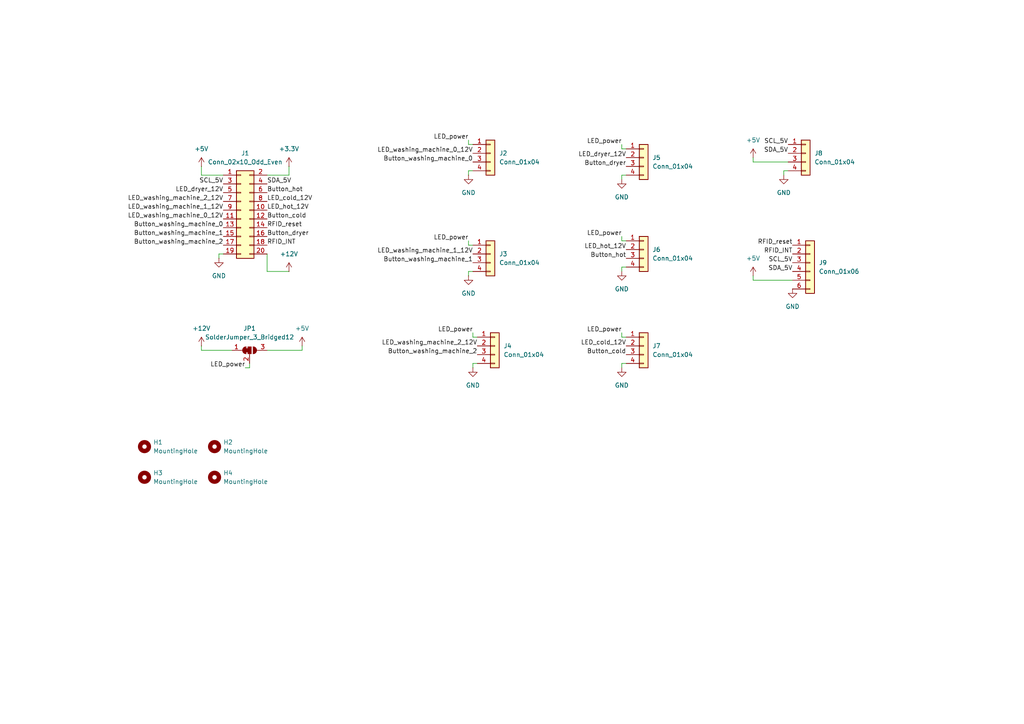
<source format=kicad_sch>
(kicad_sch (version 20231120) (generator "eeschema") (generator_version "8.0")
  (paper "A4")
  (lib_symbols
    (symbol "Connector_Generic:Conn_01x04" (pin_names (offset 1.016) hide)
      (property "Reference" "J" (at 0 5.08 0))
      (property "Value" "Conn_01x04" (at 0 -7.62 0))
      (symbol "Conn_01x04_1_1"
        (rectangle (start -1.27 -4.953) (end 0 -5.207) (stroke (width 0.1524)))
        (rectangle (start -1.27 -2.413) (end 0 -2.667) (stroke (width 0.1524)))
        (rectangle (start -1.27 0.127) (end 0 -0.127) (stroke (width 0.1524)))
        (rectangle (start -1.27 2.667) (end 0 2.413) (stroke (width 0.1524)))
        (rectangle (start -1.27 3.81) (end 1.27 -6.35) (stroke (width 0.254)) (fill (type background)))
        (pin passive line (at -5.08 2.54 0) (length 3.81) (name "Pin_1") (number "1"))
        (pin passive line (at -5.08 0 0) (length 3.81) (name "Pin_2") (number "2"))
        (pin passive line (at -5.08 -2.54 0) (length 3.81) (name "Pin_3") (number "3"))
        (pin passive line (at -5.08 -5.08 0) (length 3.81) (name "Pin_4") (number "4"))
      )
    )
    (symbol "Connector_Generic:Conn_01x06" (pin_names (offset 1.016) hide)
      (property "Reference" "J" (at 0 7.62 0))
      (property "Value" "Conn_01x06" (at 0 -10.16 0))
      (symbol "Conn_01x06_1_1"
        (rectangle (start -1.27 -7.493) (end 0 -7.747) (stroke (width 0.1524)))
        (rectangle (start -1.27 -4.953) (end 0 -5.207) (stroke (width 0.1524)))
        (rectangle (start -1.27 -2.413) (end 0 -2.667) (stroke (width 0.1524)))
        (rectangle (start -1.27 0.127) (end 0 -0.127) (stroke (width 0.1524)))
        (rectangle (start -1.27 2.667) (end 0 2.413) (stroke (width 0.1524)))
        (rectangle (start -1.27 5.207) (end 0 4.953) (stroke (width 0.1524)))
        (rectangle (start -1.27 6.35) (end 1.27 -8.89) (stroke (width 0.254)) (fill (type background)))
        (pin passive line (at -5.08 5.08 0) (length 3.81) (name "Pin_1") (number "1"))
        (pin passive line (at -5.08 2.54 0) (length 3.81) (name "Pin_2") (number "2"))
        (pin passive line (at -5.08 0 0) (length 3.81) (name "Pin_3") (number "3"))
        (pin passive line (at -5.08 -2.54 0) (length 3.81) (name "Pin_4") (number "4"))
        (pin passive line (at -5.08 -5.08 0) (length 3.81) (name "Pin_5") (number "5"))
        (pin passive line (at -5.08 -7.62 0) (length 3.81) (name "Pin_6") (number "6"))
      )
    )
    (symbol "Connector_Generic:Conn_02x10_Odd_Even" (pin_names (offset 1.016) hide)
      (property "Reference" "J" (at 1.27 12.7 0))
      (property "Value" "Conn_02x10_Odd_Even" (at 1.27 -15.24 0))
      (symbol "Conn_02x10_Odd_Even_1_1"
        (rectangle (start -1.27 -12.573) (end 0 -12.827) (stroke (width 0.1524)))
        (rectangle (start -1.27 -10.033) (end 0 -10.287) (stroke (width 0.1524)))
        (rectangle (start -1.27 -7.493) (end 0 -7.747) (stroke (width 0.1524)))
        (rectangle (start -1.27 -4.953) (end 0 -5.207) (stroke (width 0.1524)))
        (rectangle (start -1.27 -2.413) (end 0 -2.667) (stroke (width 0.1524)))
        (rectangle (start -1.27 0.127) (end 0 -0.127) (stroke (width 0.1524)))
        (rectangle (start -1.27 2.667) (end 0 2.413) (stroke (width 0.1524)))
        (rectangle (start -1.27 5.207) (end 0 4.953) (stroke (width 0.1524)))
        (rectangle (start -1.27 7.747) (end 0 7.493) (stroke (width 0.1524)))
        (rectangle (start -1.27 10.287) (end 0 10.033) (stroke (width 0.1524)))
        (rectangle (start -1.27 11.43) (end 3.81 -13.97) (stroke (width 0.254)) (fill (type background)))
        (rectangle (start 3.81 -12.573) (end 2.54 -12.827) (stroke (width 0.1524)))
        (rectangle (start 3.81 -10.033) (end 2.54 -10.287) (stroke (width 0.1524)))
        (rectangle (start 3.81 -7.493) (end 2.54 -7.747) (stroke (width 0.1524)))
        (rectangle (start 3.81 -4.953) (end 2.54 -5.207) (stroke (width 0.1524)))
        (rectangle (start 3.81 -2.413) (end 2.54 -2.667) (stroke (width 0.1524)))
        (rectangle (start 3.81 0.127) (end 2.54 -0.127) (stroke (width 0.1524)))
        (rectangle (start 3.81 2.667) (end 2.54 2.413) (stroke (width 0.1524)))
        (rectangle (start 3.81 5.207) (end 2.54 4.953) (stroke (width 0.1524)))
        (rectangle (start 3.81 7.747) (end 2.54 7.493) (stroke (width 0.1524)))
        (rectangle (start 3.81 10.287) (end 2.54 10.033) (stroke (width 0.1524)))
        (pin passive line (at -5.08 10.16 0) (length 3.81) (name "Pin_1") (number "1"))
        (pin passive line (at 7.62 0 180) (length 3.81) (name "Pin_10") (number "10"))
        (pin passive line (at -5.08 -2.54 0) (length 3.81) (name "Pin_11") (number "11"))
        (pin passive line (at 7.62 -2.54 180) (length 3.81) (name "Pin_12") (number "12"))
        (pin passive line (at -5.08 -5.08 0) (length 3.81) (name "Pin_13") (number "13"))
        (pin passive line (at 7.62 -5.08 180) (length 3.81) (name "Pin_14") (number "14"))
        (pin passive line (at -5.08 -7.62 0) (length 3.81) (name "Pin_15") (number "15"))
        (pin passive line (at 7.62 -7.62 180) (length 3.81) (name "Pin_16") (number "16"))
        (pin passive line (at -5.08 -10.16 0) (length 3.81) (name "Pin_17") (number "17"))
        (pin passive line (at 7.62 -10.16 180) (length 3.81) (name "Pin_18") (number "18"))
        (pin passive line (at -5.08 -12.7 0) (length 3.81) (name "Pin_19") (number "19"))
        (pin passive line (at 7.62 10.16 180) (length 3.81) (name "Pin_2") (number "2"))
        (pin passive line (at 7.62 -12.7 180) (length 3.81) (name "Pin_20") (number "20"))
        (pin passive line (at -5.08 7.62 0) (length 3.81) (name "Pin_3") (number "3"))
        (pin passive line (at 7.62 7.62 180) (length 3.81) (name "Pin_4") (number "4"))
        (pin passive line (at -5.08 5.08 0) (length 3.81) (name "Pin_5") (number "5"))
        (pin passive line (at 7.62 5.08 180) (length 3.81) (name "Pin_6") (number "6"))
        (pin passive line (at -5.08 2.54 0) (length 3.81) (name "Pin_7") (number "7"))
        (pin passive line (at 7.62 2.54 180) (length 3.81) (name "Pin_8") (number "8"))
        (pin passive line (at -5.08 0 0) (length 3.81) (name "Pin_9") (number "9"))
      )
    )
    (symbol "Jumper:SolderJumper_3_Bridged12" (pin_names (offset 0) hide) (exclude_from_sim yes) (in_bom no)
      (property "Reference" "JP" (at -2.54 -2.54 0))
      (property "Value" "SolderJumper_3_Bridged12" (at 0 2.794 0))
      (symbol "SolderJumper_3_Bridged12_0_1"
        (rectangle (start -1.016 0.508) (end -0.508 -0.508) (fill (type outline)))
        (arc (start -1.016 1.016) (mid -2.0276 0) (end -1.016 -1.016))
        (arc (start -1.016 1.016) (mid -2.0276 0) (end -1.016 -1.016) (fill (type outline)))
        (rectangle (start -0.508 1.016) (end 0.508 -1.016) (fill (type outline)))
        (polyline (pts (xy -2.54 0) (xy -2.032 0)))
        (polyline (pts (xy -1.016 1.016) (xy -1.016 -1.016)))
        (polyline (pts (xy 0 -1.27) (xy 0 -1.016)))
        (polyline (pts (xy 1.016 1.016) (xy 1.016 -1.016)))
        (polyline (pts (xy 2.54 0) (xy 2.032 0)))
        (arc (start 1.016 -1.016) (mid 2.0276 0) (end 1.016 1.016))
        (arc (start 1.016 -1.016) (mid 2.0276 0) (end 1.016 1.016) (fill (type outline)))
      )
      (symbol "SolderJumper_3_Bridged12_1_1"
        (pin passive line (at -5.08 0 0) (length 2.54) (name "A") (number "1"))
        (pin passive line (at 0 -3.81 90) (length 2.54) (name "C") (number "2"))
        (pin passive line (at 5.08 0 180) (length 2.54) (name "B") (number "3"))
      )
    )
    (symbol "Mechanical:MountingHole" (pin_names (offset 1.016)) (exclude_from_sim yes) (in_bom no)
      (property "Reference" "H" (at 0 5.08 0))
      (property "Value" "MountingHole" (at 0 3.175 0))
      (symbol "MountingHole_0_1"
        (circle (center 0 0) (radius 1.27) (stroke (width 1.27)))
      )
    )
    (symbol "power:+12V" (power) (pin_numbers hide) (pin_names (offset 0) hide)
      (property "Value" "+12V" (at 0 3.556 0))
      (symbol "+12V_0_1"
        (polyline (pts (xy -0.762 1.27) (xy 0 2.54)))
        (polyline (pts (xy 0 0) (xy 0 2.54)))
        (polyline (pts (xy 0 2.54) (xy 0.762 1.27)))
      )
      (symbol "+12V_1_1"
        (pin power_in line (at 0 0 90) (length 0) (name "~") (number "1"))
      )
    )
    (symbol "power:+3.3V" (power) (pin_numbers hide) (pin_names (offset 0) hide)
      (property "Value" "+3.3V" (at 0 3.556 0))
      (symbol "+3.3V_0_1"
        (polyline (pts (xy -0.762 1.27) (xy 0 2.54)))
        (polyline (pts (xy 0 0) (xy 0 2.54)))
        (polyline (pts (xy 0 2.54) (xy 0.762 1.27)))
      )
      (symbol "+3.3V_1_1"
        (pin power_in line (at 0 0 90) (length 0) (name "~") (number "1"))
      )
    )
    (symbol "power:+5V" (power) (pin_numbers hide) (pin_names (offset 0) hide)
      (property "Value" "+5V" (at 0 3.556 0))
      (symbol "+5V_0_1"
        (polyline (pts (xy -0.762 1.27) (xy 0 2.54)))
        (polyline (pts (xy 0 0) (xy 0 2.54)))
        (polyline (pts (xy 0 2.54) (xy 0.762 1.27)))
      )
      (symbol "+5V_1_1"
        (pin power_in line (at 0 0 90) (length 0) (name "~") (number "1"))
      )
    )
    (symbol "power:GND" (power) (pin_numbers hide) (pin_names (offset 0) hide)
      (property "Value" "GND" (at 0 -3.81 0))
      (symbol "GND_0_1"
        (polyline (pts (xy 0 0) (xy 0 -1.27) (xy 1.27 -1.27) (xy 0 -2.54) (xy -1.27 -1.27) (xy 0 -1.27)))
      )
      (symbol "GND_1_1"
        (pin power_in line (at 0 0 270) (length 0) (name "~") (number "1"))
      )
    )
  )
  (wire (pts (xy 181.61 69.85) (xy 180.34 69.85)))
  (wire (pts (xy 135.89 49.53) (xy 135.89 50.8)))
  (wire (pts (xy 137.16 41.91) (xy 135.89 41.91)))
  (wire (pts (xy 58.42 50.8) (xy 64.77 50.8)))
  (wire (pts (xy 180.34 50.8) (xy 180.34 52.07)))
  (wire (pts (xy 227.33 49.53) (xy 228.6 49.53)))
  (wire (pts (xy 181.61 50.8) (xy 180.34 50.8)))
  (wire (pts (xy 180.34 97.79) (xy 180.34 96.52)))
  (wire (pts (xy 180.34 105.41) (xy 180.34 106.68)))
  (wire (pts (xy 180.34 69.85) (xy 180.34 68.58)))
  (wire (pts (xy 135.89 71.12) (xy 135.89 69.85)))
  (wire (pts (xy 72.39 106.68) (xy 71.12 106.68)))
  (wire (pts (xy 58.42 48.26) (xy 58.42 50.8)))
  (wire (pts (xy 135.89 41.91) (xy 135.89 40.64)))
  (wire (pts (xy 181.61 77.47) (xy 180.34 77.47)))
  (wire (pts (xy 67.31 101.6) (xy 58.42 101.6)))
  (wire (pts (xy 77.47 73.66) (xy 77.47 78.74)))
  (wire (pts (xy 83.82 48.26) (xy 83.82 50.8)))
  (wire (pts (xy 137.16 71.12) (xy 135.89 71.12)))
  (wire (pts (xy 137.16 105.41) (xy 137.16 106.68)))
  (wire (pts (xy 58.42 101.6) (xy 58.42 100.33)))
  (wire (pts (xy 137.16 97.79) (xy 137.16 96.52)))
  (wire (pts (xy 87.63 101.6) (xy 87.63 100.33)))
  (wire (pts (xy 77.47 101.6) (xy 87.63 101.6)))
  (wire (pts (xy 72.39 105.41) (xy 72.39 106.68)))
  (wire (pts (xy 83.82 78.74) (xy 77.47 78.74)))
  (wire (pts (xy 181.61 105.41) (xy 180.34 105.41)))
  (wire (pts (xy 229.87 81.28) (xy 218.44 81.28)))
  (wire (pts (xy 181.61 97.79) (xy 180.34 97.79)))
  (wire (pts (xy 77.47 50.8) (xy 83.82 50.8)))
  (wire (pts (xy 135.89 78.74) (xy 135.89 80.01)))
  (wire (pts (xy 138.43 105.41) (xy 137.16 105.41)))
  (wire (pts (xy 218.44 81.28) (xy 218.44 80.01)))
  (wire (pts (xy 138.43 97.79) (xy 137.16 97.79)))
  (wire (pts (xy 137.16 78.74) (xy 135.89 78.74)))
  (wire (pts (xy 180.34 77.47) (xy 180.34 78.74)))
  (wire (pts (xy 63.5 73.66) (xy 64.77 73.66)))
  (wire (pts (xy 218.44 46.99) (xy 218.44 45.72)))
  (wire (pts (xy 180.34 43.18) (xy 180.34 41.91)))
  (wire (pts (xy 227.33 49.53) (xy 227.33 50.8)))
  (wire (pts (xy 181.61 43.18) (xy 180.34 43.18)))
  (wire (pts (xy 228.6 46.99) (xy 218.44 46.99)))
  (wire (pts (xy 137.16 49.53) (xy 135.89 49.53)))
  (wire (pts (xy 63.5 73.66) (xy 63.5 74.93)))
  (label "LED_power" (at 71.12 106.68 180))
  (label "LED_power" (at 180.34 96.52 180))
  (label "LED_power" (at 180.34 68.58 180))
  (label "LED_cold_12V" (at 181.61 100.33 180))
  (label "LED_washing_machine_2_12V" (at 64.77 58.42 180))
  (label "LED_power" (at 135.89 69.85 180))
  (label "SDA_5V" (at 77.47 53.34 0))
  (label "LED_hot_12V" (at 181.61 72.39 180))
  (label "Button_cold" (at 77.47 63.5 0))
  (label "LED_washing_machine_2_12V" (at 138.43 100.33 180))
  (label "Button_washing_machine_2" (at 138.43 102.87 180))
  (label "RFID_INT" (at 77.47 71.12 0))
  (label "RFID_reset" (at 77.47 66.04 0))
  (label "Button_washing_machine_0" (at 137.16 46.99 180))
  (label "Button_dryer" (at 181.61 48.26 180))
  (label "LED_washing_machine_1_12V" (at 137.16 73.66 180))
  (label "Button_dryer" (at 77.47 68.58 0))
  (label "Button_washing_machine_1" (at 64.77 68.58 180))
  (label "LED_washing_machine_0_12V" (at 64.77 63.5 180))
  (label "Button_washing_machine_2" (at 64.77 71.12 180))
  (label "SDA_5V" (at 229.87 78.74 180))
  (label "LED_washing_machine_0_12V" (at 137.16 44.45 180))
  (label "RFID_reset" (at 229.87 71.12 180))
  (label "LED_cold_12V" (at 77.47 58.42 0))
  (label "LED_power" (at 135.89 40.64 180))
  (label "LED_hot_12V" (at 77.47 60.96 0))
  (label "LED_dryer_12V" (at 181.61 45.72 180))
  (label "Button_cold" (at 181.61 102.87 180))
  (label "LED_power" (at 137.16 96.52 180))
  (label "Button_washing_machine_1" (at 137.16 76.2 180))
  (label "SCL_5V" (at 229.87 76.2 180))
  (label "RFID_INT" (at 229.87 73.66 180))
  (label "LED_washing_machine_1_12V" (at 64.77 60.96 180))
  (label "SDA_5V" (at 228.6 44.45 180))
  (label "SCL_5V" (at 64.77 53.34 180))
  (label "Button_hot" (at 181.61 74.93 180))
  (label "Button_hot" (at 77.47 55.88 0))
  (label "Button_washing_machine_0" (at 64.77 66.04 180))
  (label "SCL_5V" (at 228.6 41.91 180))
  (label "LED_dryer_12V" (at 64.77 55.88 180))
  (label "LED_power" (at 180.34 41.91 180))
  (symbol (lib_id "Mechanical:MountingHole") (at 62.23 129.54 0) (unit 1) (exclude_from_sim yes) (in_bom no)
    (property "Reference" "H2" (at 64.77 128.2699 0) (effects (justify left)))
    (property "Value" "MountingHole" (at 64.77 130.8099 0) (effects (justify left)))
    (property "Footprint" "MountingHole:MountingHole_3.2mm_M3" (effects (hide yes)))
    (property "Description" "Mounting Hole without connection" (effects (hide yes)))
  )
  (symbol (lib_id "Connector_Generic:Conn_01x04") (at 233.68 44.45 0) (unit 1)
    (property "Reference" "J8" (at 236.22 44.4499 0) (effects (justify left)))
    (property "Value" "Conn_01x04" (at 236.22 46.9899 0) (effects (justify left)))
    (property "Footprint" "Connector_JST:JST_PH_B4B-PH-K_1x04_P2.00mm_Vertical" (effects (hide yes)))
    (property "Description" "Generic connector, single row, 01x04, script generated (kicad-library-utils/schlib/autogen/connector/)" (effects (hide yes)))
  )
  (symbol (lib_id "power:+5V") (at 218.44 80.01 0) (unit 1)
    (property "Reference" "#PWR011" (effects (hide yes)))
    (property "Value" "+5V" (at 218.44 74.93 0))
    (property "Description" "Power symbol creates a global label with name \"+5V\"" (effects (hide yes)))
  )
  (symbol (lib_id "power:GND") (at 180.34 52.07 0) (unit 1)
    (property "Reference" "#PWR012" (effects (hide yes)))
    (property "Value" "GND" (at 180.34 57.15 0))
    (property "Description" "Power symbol creates a global label with name \"GND\" , ground" (effects (hide yes)))
  )
  (symbol (lib_id "power:+3.3V") (at 83.82 48.26 0) (unit 1)
    (property "Reference" "#PWR03" (effects (hide yes)))
    (property "Value" "+3.3V" (at 83.82 43.18 0))
    (property "Description" "Power symbol creates a global label with name \"+3.3V\"" (effects (hide yes)))
  )
  (symbol (lib_id "Connector_Generic:Conn_02x10_Odd_Even") (at 69.85 60.96 0) (unit 1) (exclude_from_sim yes)
    (property "Reference" "J1" (at 71.12 44.45 0))
    (property "Value" "Conn_02x10_Odd_Even" (at 71.12 46.99 0))
    (property "Footprint" "Connector_IDC:IDC-Header_2x10_P2.54mm_Vertical" (effects (hide yes)))
    (property "Description" "Generic connector, double row, 02x10, odd/even pin numbering scheme (row 1 odd numbers, row 2 even numbers), script generated (kicad-library-utils/schlib/autogen/connector/)" (effects (hide yes)))
  )
  (symbol (lib_id "power:+5V") (at 87.63 100.33 0) (unit 1)
    (property "Reference" "#PWR06" (effects (hide yes)))
    (property "Value" "+5V" (at 87.63 95.25 0))
    (property "Description" "Power symbol creates a global label with name \"+5V\"" (effects (hide yes)))
  )
  (symbol (lib_id "power:GND") (at 137.16 106.68 0) (unit 1)
    (property "Reference" "#PWR010" (effects (hide yes)))
    (property "Value" "GND" (at 137.16 111.76 0))
    (property "Description" "Power symbol creates a global label with name \"GND\" , ground" (effects (hide yes)))
  )
  (symbol (lib_id "Connector_Generic:Conn_01x04") (at 142.24 73.66 0) (unit 1)
    (property "Reference" "J3" (at 144.78 73.6599 0) (effects (justify left)))
    (property "Value" "Conn_01x04" (at 144.78 76.1999 0) (effects (justify left)))
    (property "Footprint" "Connector_JST:JST_PH_B4B-PH-K_1x04_P2.00mm_Vertical" (effects (hide yes)))
    (property "Description" "Generic connector, single row, 01x04, script generated (kicad-library-utils/schlib/autogen/connector/)" (effects (hide yes)))
  )
  (symbol (lib_id "Connector_Generic:Conn_01x04") (at 143.51 100.33 0) (unit 1)
    (property "Reference" "J4" (at 146.05 100.3299 0) (effects (justify left)))
    (property "Value" "Conn_01x04" (at 146.05 102.8699 0) (effects (justify left)))
    (property "Footprint" "Connector_JST:JST_PH_B4B-PH-K_1x04_P2.00mm_Vertical" (effects (hide yes)))
    (property "Description" "Generic connector, single row, 01x04, script generated (kicad-library-utils/schlib/autogen/connector/)" (effects (hide yes)))
  )
  (symbol (lib_id "Mechanical:MountingHole") (at 62.23 138.43 0) (unit 1) (exclude_from_sim yes) (in_bom no)
    (property "Reference" "H4" (at 64.77 137.1599 0) (effects (justify left)))
    (property "Value" "MountingHole" (at 64.77 139.6999 0) (effects (justify left)))
    (property "Footprint" "MountingHole:MountingHole_3.2mm_M3" (effects (hide yes)))
    (property "Description" "Mounting Hole without connection" (effects (hide yes)))
  )
  (symbol (lib_id "power:+12V") (at 83.82 78.74 0) (unit 1)
    (property "Reference" "#PWR015" (effects (hide yes)))
    (property "Value" "+12V" (at 83.82 73.66 0))
    (property "Description" "Power symbol creates a global label with name \"+12V\"" (effects (hide yes)))
  )
  (symbol (lib_id "power:+5V") (at 58.42 48.26 0) (unit 1)
    (property "Reference" "#PWR01" (effects (hide yes)))
    (property "Value" "+5V" (at 58.42 43.18 0))
    (property "Description" "Power symbol creates a global label with name \"+5V\"" (effects (hide yes)))
  )
  (symbol (lib_id "Connector_Generic:Conn_01x04") (at 186.69 45.72 0) (unit 1)
    (property "Reference" "J5" (at 189.23 45.7199 0) (effects (justify left)))
    (property "Value" "Conn_01x04" (at 189.23 48.2599 0) (effects (justify left)))
    (property "Footprint" "Connector_JST:JST_PH_B4B-PH-K_1x04_P2.00mm_Vertical" (effects (hide yes)))
    (property "Description" "Generic connector, single row, 01x04, script generated (kicad-library-utils/schlib/autogen/connector/)" (effects (hide yes)))
  )
  (symbol (lib_id "Connector_Generic:Conn_01x04") (at 186.69 100.33 0) (unit 1)
    (property "Reference" "J7" (at 189.23 100.3299 0) (effects (justify left)))
    (property "Value" "Conn_01x04" (at 189.23 102.8699 0) (effects (justify left)))
    (property "Footprint" "Connector_JST:JST_PH_B4B-PH-K_1x04_P2.00mm_Vertical" (effects (hide yes)))
    (property "Description" "Generic connector, single row, 01x04, script generated (kicad-library-utils/schlib/autogen/connector/)" (effects (hide yes)))
  )
  (symbol (lib_id "power:GND") (at 135.89 50.8 0) (unit 1)
    (property "Reference" "#PWR05" (effects (hide yes)))
    (property "Value" "GND" (at 135.89 55.88 0))
    (property "Description" "Power symbol creates a global label with name \"GND\" , ground" (effects (hide yes)))
  )
  (symbol (lib_id "Mechanical:MountingHole") (at 41.91 138.43 0) (unit 1) (exclude_from_sim yes) (in_bom no)
    (property "Reference" "H3" (at 44.45 137.1599 0) (effects (justify left)))
    (property "Value" "MountingHole" (at 44.45 139.6999 0) (effects (justify left)))
    (property "Footprint" "MountingHole:MountingHole_3.2mm_M3" (effects (hide yes)))
    (property "Description" "Mounting Hole without connection" (effects (hide yes)))
  )
  (symbol (lib_id "Connector_Generic:Conn_01x04") (at 186.69 72.39 0) (unit 1)
    (property "Reference" "J6" (at 189.23 72.3899 0) (effects (justify left)))
    (property "Value" "Conn_01x04" (at 189.23 74.9299 0) (effects (justify left)))
    (property "Footprint" "Connector_JST:JST_PH_B4B-PH-K_1x04_P2.00mm_Vertical" (effects (hide yes)))
    (property "Description" "Generic connector, single row, 01x04, script generated (kicad-library-utils/schlib/autogen/connector/)" (effects (hide yes)))
  )
  (symbol (lib_id "power:GND") (at 180.34 106.68 0) (unit 1)
    (property "Reference" "#PWR016" (effects (hide yes)))
    (property "Value" "GND" (at 180.34 111.76 0))
    (property "Description" "Power symbol creates a global label with name \"GND\" , ground" (effects (hide yes)))
  )
  (symbol (lib_id "power:+5V") (at 218.44 45.72 0) (unit 1)
    (property "Reference" "#PWR07" (effects (hide yes)))
    (property "Value" "+5V" (at 218.44 40.64 0))
    (property "Description" "Power symbol creates a global label with name \"+5V\"" (effects (hide yes)))
  )
  (symbol (lib_id "power:GND") (at 227.33 50.8 0) (unit 1)
    (property "Reference" "#PWR09" (effects (hide yes)))
    (property "Value" "GND" (at 227.33 55.88 0))
    (property "Description" "Power symbol creates a global label with name \"GND\" , ground" (effects (hide yes)))
  )
  (symbol (lib_id "power:GND") (at 180.34 78.74 0) (unit 1)
    (property "Reference" "#PWR014" (effects (hide yes)))
    (property "Value" "GND" (at 180.34 83.82 0))
    (property "Description" "Power symbol creates a global label with name \"GND\" , ground" (effects (hide yes)))
  )
  (symbol (lib_id "Mechanical:MountingHole") (at 41.91 129.54 0) (unit 1) (exclude_from_sim yes) (in_bom no)
    (property "Reference" "H1" (at 44.45 128.2699 0) (effects (justify left)))
    (property "Value" "MountingHole" (at 44.45 130.8099 0) (effects (justify left)))
    (property "Footprint" "MountingHole:MountingHole_3.2mm_M3" (effects (hide yes)))
    (property "Description" "Mounting Hole without connection" (effects (hide yes)))
  )
  (symbol (lib_id "Connector_Generic:Conn_01x06") (at 234.95 76.2 0) (unit 1)
    (property "Reference" "J9" (at 237.49 76.1999 0) (effects (justify left)))
    (property "Value" "Conn_01x06" (at 237.49 78.7399 0) (effects (justify left)))
    (property "Footprint" "Connector_JST:JST_PH_B6B-PH-K_1x06_P2.00mm_Vertical" (effects (hide yes)))
    (property "Description" "Generic connector, single row, 01x06, script generated (kicad-library-utils/schlib/autogen/connector/)" (effects (hide yes)))
  )
  (symbol (lib_id "Connector_Generic:Conn_01x04") (at 142.24 44.45 0) (unit 1)
    (property "Reference" "J2" (at 144.78 44.4499 0) (effects (justify left)))
    (property "Value" "Conn_01x04" (at 144.78 46.9899 0) (effects (justify left)))
    (property "Footprint" "Connector_JST:JST_PH_B4B-PH-K_1x04_P2.00mm_Vertical" (effects (hide yes)))
    (property "Description" "Generic connector, single row, 01x04, script generated (kicad-library-utils/schlib/autogen/connector/)" (effects (hide yes)))
  )
  (symbol (lib_id "power:GND") (at 63.5 74.93 0) (unit 1)
    (property "Reference" "#PWR02" (effects (hide yes)))
    (property "Value" "GND" (at 63.5 80.01 0))
    (property "Description" "Power symbol creates a global label with name \"GND\" , ground" (effects (hide yes)))
  )
  (symbol (lib_id "power:GND") (at 135.89 80.01 0) (unit 1)
    (property "Reference" "#PWR08" (effects (hide yes)))
    (property "Value" "GND" (at 135.89 85.09 0))
    (property "Description" "Power symbol creates a global label with name \"GND\" , ground" (effects (hide yes)))
  )
  (symbol (lib_id "power:GND") (at 229.87 83.82 0) (unit 1)
    (property "Reference" "#PWR013" (effects (hide yes)))
    (property "Value" "GND" (at 229.87 88.9 0))
    (property "Description" "Power symbol creates a global label with name \"GND\" , ground" (effects (hide yes)))
  )
  (symbol (lib_id "power:+12V") (at 58.42 100.33 0) (unit 1)
    (property "Reference" "#PWR04" (effects (hide yes)))
    (property "Value" "+12V" (at 58.42 95.25 0))
    (property "Description" "Power symbol creates a global label with name \"+12V\"" (effects (hide yes)))
  )
  (symbol (lib_id "Jumper:SolderJumper_3_Bridged12") (at 72.39 101.6 0) (unit 1) (exclude_from_sim yes) (in_bom no)
    (property "Reference" "JP1" (at 72.39 95.25 0))
    (property "Value" "SolderJumper_3_Bridged12" (at 72.39 97.79 0))
    (property "Footprint" "Jumper:SolderJumper-3_P1.3mm_Bridged12_Pad1.0x1.5mm" (effects (hide yes)))
    (property "Description" "3-pole Solder Jumper, pins 1+2 closed/bridged" (effects (hide yes)))
  )
)
</source>
